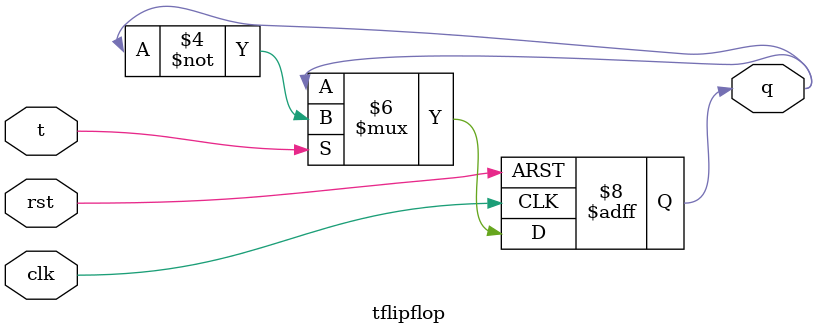
<source format=v>
`timescale 1ns / 1ps

module tflipflop(input t,clk,rst,
                 output reg q);
                 
always @(posedge clk or posedge rst)
    if(rst==1)begin q<=1; end
    else if(t==0)begin
    q<=q; end
    else begin
    q<=~q;
    end
endmodule

</source>
